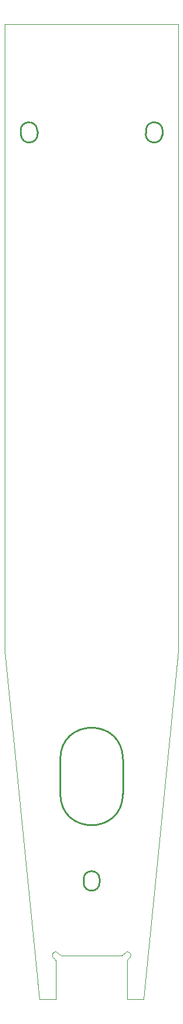
<source format=gbr>
%TF.GenerationSoftware,KiCad,Pcbnew,(6.0.4-0)*%
%TF.CreationDate,2022-12-13T14:35:05+01:00*%
%TF.ProjectId,ControllerBoard,436f6e74-726f-46c6-9c65-72426f617264,rev?*%
%TF.SameCoordinates,Original*%
%TF.FileFunction,Profile,NP*%
%FSLAX46Y46*%
G04 Gerber Fmt 4.6, Leading zero omitted, Abs format (unit mm)*
G04 Created by KiCad (PCBNEW (6.0.4-0)) date 2022-12-13 14:35:05*
%MOMM*%
%LPD*%
G01*
G04 APERTURE LIST*
%TA.AperFunction,Profile*%
%ADD10C,0.250000*%
%TD*%
%TA.AperFunction,Profile*%
%ADD11C,0.100000*%
%TD*%
%TA.AperFunction,Profile*%
%ADD12C,0.010000*%
%TD*%
G04 APERTURE END LIST*
D10*
X118475041Y-50150757D02*
X118433326Y-50649014D01*
X115150000Y-140500000D02*
X115150000Y-145500000D01*
X120866674Y-50350986D02*
X120824959Y-50849243D01*
D11*
X115800000Y-175000000D02*
X118150000Y-175000000D01*
X103150000Y-175000000D02*
X98150000Y-125000000D01*
D10*
X109500000Y-158250000D02*
G75*
G03*
X111800000Y-158250000I1150000J0D01*
G01*
D11*
X123150000Y-125000000D02*
X123150000Y-35000000D01*
D10*
X106150000Y-140500000D02*
X106150000Y-145500000D01*
D11*
X98150000Y-125000000D02*
X98150000Y-35000000D01*
D10*
X106150000Y-145500000D02*
G75*
G03*
X115150000Y-145500000I4500000J0D01*
G01*
X102824870Y-50150764D02*
G75*
G03*
X100433326Y-50350986I-1195770J-100136D01*
G01*
X102824959Y-50150757D02*
X102866674Y-50649014D01*
X100475130Y-50849236D02*
G75*
G03*
X102866674Y-50649014I1195770J100136D01*
G01*
D11*
X105500000Y-175000000D02*
X103150000Y-175000000D01*
X123150000Y-125000000D02*
X118150000Y-175000000D01*
D10*
X111800000Y-157750000D02*
G75*
G03*
X109500000Y-157750000I-1150000J0D01*
G01*
X109500000Y-157750000D02*
X109500000Y-158250000D01*
X115150000Y-140500000D02*
G75*
G03*
X106150000Y-140500000I-4500000J0D01*
G01*
X100433326Y-50350986D02*
X100475041Y-50849243D01*
D11*
X123150000Y-35000000D02*
X98150000Y-35000000D01*
D10*
X111800000Y-157750000D02*
X111800000Y-158250000D01*
X120866763Y-50350993D02*
G75*
G03*
X118475041Y-50150757I-1195863J100093D01*
G01*
X118433237Y-50649007D02*
G75*
G03*
X120824959Y-50849243I1195863J-100093D01*
G01*
D12*
%TO.C,J2*%
X106241620Y-168700000D02*
X115058380Y-168700000D01*
X115800000Y-175000000D02*
X115800000Y-169441620D01*
X105500000Y-169441620D02*
X105500000Y-175000000D01*
X105963510Y-168512501D02*
G75*
G03*
X105312500Y-169163510I-463509J-187500D01*
G01*
X105963510Y-168512500D02*
G75*
G03*
X106241620Y-168700010I278114J112494D01*
G01*
X115058380Y-168699984D02*
G75*
G03*
X115336490Y-168512500I20J299984D01*
G01*
X105500000Y-169441620D02*
G75*
G03*
X105312500Y-169163510I-300004J0D01*
G01*
X115987514Y-169163544D02*
G75*
G03*
X115799990Y-169441620I112386J-278056D01*
G01*
X115987499Y-169163510D02*
G75*
G03*
X115336490Y-168512500I-187339J463670D01*
G01*
%TD*%
M02*

</source>
